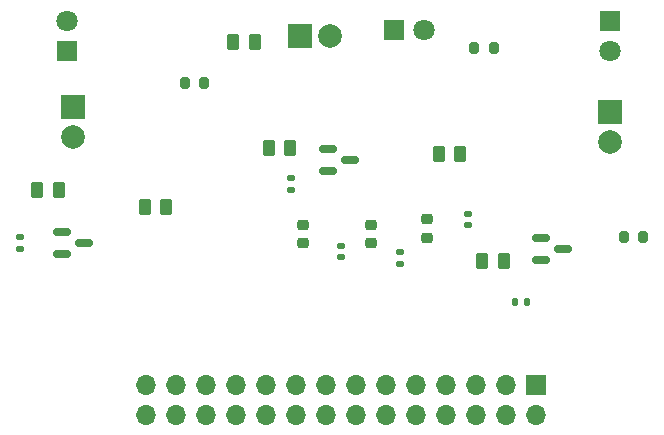
<source format=gbr>
%TF.GenerationSoftware,KiCad,Pcbnew,8.0.1*%
%TF.CreationDate,2024-03-25T00:54:51+02:00*%
%TF.ProjectId,3088,33303838-2e6b-4696-9361-645f70636258,rev?*%
%TF.SameCoordinates,Original*%
%TF.FileFunction,Soldermask,Top*%
%TF.FilePolarity,Negative*%
%FSLAX46Y46*%
G04 Gerber Fmt 4.6, Leading zero omitted, Abs format (unit mm)*
G04 Created by KiCad (PCBNEW 8.0.1) date 2024-03-25 00:54:51*
%MOMM*%
%LPD*%
G01*
G04 APERTURE LIST*
G04 Aperture macros list*
%AMRoundRect*
0 Rectangle with rounded corners*
0 $1 Rounding radius*
0 $2 $3 $4 $5 $6 $7 $8 $9 X,Y pos of 4 corners*
0 Add a 4 corners polygon primitive as box body*
4,1,4,$2,$3,$4,$5,$6,$7,$8,$9,$2,$3,0*
0 Add four circle primitives for the rounded corners*
1,1,$1+$1,$2,$3*
1,1,$1+$1,$4,$5*
1,1,$1+$1,$6,$7*
1,1,$1+$1,$8,$9*
0 Add four rect primitives between the rounded corners*
20,1,$1+$1,$2,$3,$4,$5,0*
20,1,$1+$1,$4,$5,$6,$7,0*
20,1,$1+$1,$6,$7,$8,$9,0*
20,1,$1+$1,$8,$9,$2,$3,0*%
G04 Aperture macros list end*
%ADD10C,1.800000*%
%ADD11R,1.800000X1.800000*%
%ADD12RoundRect,0.250000X-0.262500X-0.450000X0.262500X-0.450000X0.262500X0.450000X-0.262500X0.450000X0*%
%ADD13RoundRect,0.200000X-0.200000X-0.275000X0.200000X-0.275000X0.200000X0.275000X-0.200000X0.275000X0*%
%ADD14RoundRect,0.250000X0.262500X0.450000X-0.262500X0.450000X-0.262500X-0.450000X0.262500X-0.450000X0*%
%ADD15RoundRect,0.135000X0.185000X-0.135000X0.185000X0.135000X-0.185000X0.135000X-0.185000X-0.135000X0*%
%ADD16RoundRect,0.135000X0.135000X0.185000X-0.135000X0.185000X-0.135000X-0.185000X0.135000X-0.185000X0*%
%ADD17RoundRect,0.200000X0.200000X0.275000X-0.200000X0.275000X-0.200000X-0.275000X0.200000X-0.275000X0*%
%ADD18RoundRect,0.150000X-0.587500X-0.150000X0.587500X-0.150000X0.587500X0.150000X-0.587500X0.150000X0*%
%ADD19O,1.700000X1.700000*%
%ADD20R,1.700000X1.700000*%
%ADD21R,2.000000X2.000000*%
%ADD22C,2.000000*%
%ADD23RoundRect,0.140000X0.170000X-0.140000X0.170000X0.140000X-0.170000X0.140000X-0.170000X-0.140000X0*%
%ADD24RoundRect,0.225000X0.250000X-0.225000X0.250000X0.225000X-0.250000X0.225000X-0.250000X-0.225000X0*%
G04 APERTURE END LIST*
D10*
%TO.C,Q3*%
X121000000Y-53735000D03*
D11*
X121000000Y-56275000D03*
%TD*%
D12*
%TO.C,R14*%
X156175000Y-74000000D03*
X158000000Y-74000000D03*
%TD*%
D13*
%TO.C,R13*%
X168175000Y-72000000D03*
X169825000Y-72000000D03*
%TD*%
D12*
%TO.C,R12*%
X152500000Y-65000000D03*
X154325000Y-65000000D03*
%TD*%
D14*
%TO.C,R9*%
X129412500Y-69500000D03*
X127587500Y-69500000D03*
%TD*%
D15*
%TO.C,R8*%
X117010000Y-73010000D03*
X117010000Y-71990000D03*
%TD*%
D14*
%TO.C,R7*%
X120325000Y-68000000D03*
X118500000Y-68000000D03*
%TD*%
D12*
%TO.C,R6*%
X135087500Y-55500000D03*
X136912500Y-55500000D03*
%TD*%
D15*
%TO.C,R5*%
X140000000Y-68010000D03*
X140000000Y-66990000D03*
%TD*%
D12*
%TO.C,R4*%
X138087500Y-64500000D03*
X139912500Y-64500000D03*
%TD*%
D16*
%TO.C,R3*%
X160010000Y-77500000D03*
X158990000Y-77500000D03*
%TD*%
D17*
%TO.C,R2*%
X132650000Y-59000000D03*
X131000000Y-59000000D03*
%TD*%
D13*
%TO.C,R1*%
X155500000Y-56000000D03*
X157150000Y-56000000D03*
%TD*%
D18*
%TO.C,Q6*%
X120625000Y-71550000D03*
X120625000Y-73450000D03*
X122500000Y-72500000D03*
%TD*%
%TO.C,Q5*%
X143125000Y-64550000D03*
X143125000Y-66450000D03*
X145000000Y-65500000D03*
%TD*%
D10*
%TO.C,Q4*%
X167000000Y-56265000D03*
D11*
X167000000Y-53725000D03*
%TD*%
D10*
%TO.C,Q2*%
X151265000Y-54500000D03*
D11*
X148725000Y-54500000D03*
%TD*%
D18*
%TO.C,Q1*%
X161125000Y-72050000D03*
X161125000Y-73950000D03*
X163000000Y-73000000D03*
%TD*%
D19*
%TO.C,J1*%
X127680000Y-87040000D03*
X127680000Y-84500000D03*
X130220000Y-87040000D03*
X130220000Y-84500000D03*
X132760000Y-87040000D03*
X132760000Y-84500000D03*
X135300000Y-87040000D03*
X135300000Y-84500000D03*
X137840000Y-87040000D03*
X137840000Y-84500000D03*
X140380000Y-87040000D03*
X140380000Y-84500000D03*
X142920000Y-87040000D03*
X142920000Y-84500000D03*
X145460000Y-87040000D03*
X145460000Y-84500000D03*
X148000000Y-87040000D03*
X148000000Y-84500000D03*
X150540000Y-87040000D03*
X150540000Y-84500000D03*
X153080000Y-87040000D03*
X153080000Y-84500000D03*
X155620000Y-87040000D03*
X155620000Y-84500000D03*
X158160000Y-87040000D03*
X158160000Y-84500000D03*
X160700000Y-87040000D03*
D20*
X160700000Y-84500000D03*
%TD*%
D21*
%TO.C,D4*%
X167000000Y-61460000D03*
D22*
X167000000Y-64000000D03*
%TD*%
D21*
%TO.C,D2*%
X121500000Y-60960000D03*
D22*
X121500000Y-63500000D03*
%TD*%
D21*
%TO.C,D1*%
X140730000Y-55000000D03*
D22*
X143270000Y-55000000D03*
%TD*%
D23*
%TO.C,C6*%
X155000000Y-70980000D03*
X155000000Y-70020000D03*
%TD*%
D24*
%TO.C,C5*%
X151500000Y-72050000D03*
X151500000Y-70500000D03*
%TD*%
D23*
%TO.C,C4*%
X149225000Y-74255000D03*
X149225000Y-73295000D03*
%TD*%
D24*
%TO.C,C3*%
X146725000Y-72550000D03*
X146725000Y-71000000D03*
%TD*%
D23*
%TO.C,C2*%
X144225000Y-73735000D03*
X144225000Y-72775000D03*
%TD*%
D24*
%TO.C,C1*%
X141000000Y-72550000D03*
X141000000Y-71000000D03*
%TD*%
M02*

</source>
